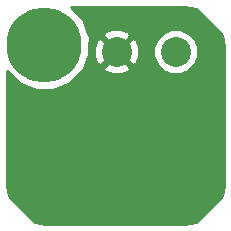
<source format=gbr>
G04 #@! TF.FileFunction,Copper,L2,Bot,Signal*
%FSLAX46Y46*%
G04 Gerber Fmt 4.6, Leading zero omitted, Abs format (unit mm)*
G04 Created by KiCad (PCBNEW 4.0.5) date 03/12/17 11:55:43*
%MOMM*%
%LPD*%
G01*
G04 APERTURE LIST*
%ADD10C,0.150000*%
%ADD11C,2.540000*%
%ADD12C,6.350000*%
%ADD13C,0.254000*%
G04 APERTURE END LIST*
D10*
D11*
X165100000Y-84582000D03*
X170100000Y-84582000D03*
D12*
X159000000Y-84000000D03*
D13*
G36*
X171826459Y-81006065D02*
X173993935Y-83173541D01*
X174174500Y-84081303D01*
X174174500Y-95918697D01*
X173993935Y-96826459D01*
X171826459Y-98993935D01*
X170918697Y-99174500D01*
X159081303Y-99174500D01*
X158173541Y-98993935D01*
X156006065Y-96826459D01*
X155825500Y-95918697D01*
X155825500Y-86212816D01*
X156838991Y-87228077D01*
X158238819Y-87809337D01*
X159754531Y-87810660D01*
X161155372Y-87231844D01*
X162228077Y-86161009D01*
X162324093Y-85929777D01*
X163931828Y-85929777D01*
X164063520Y-86224657D01*
X164771036Y-86496261D01*
X165528632Y-86476436D01*
X166136480Y-86224657D01*
X166268172Y-85929777D01*
X165100000Y-84761605D01*
X163931828Y-85929777D01*
X162324093Y-85929777D01*
X162809337Y-84761181D01*
X162809780Y-84253036D01*
X163185739Y-84253036D01*
X163205564Y-85010632D01*
X163457343Y-85618480D01*
X163752223Y-85750172D01*
X164920395Y-84582000D01*
X165279605Y-84582000D01*
X166447777Y-85750172D01*
X166742657Y-85618480D01*
X166995719Y-84959265D01*
X168194670Y-84959265D01*
X168484078Y-85659686D01*
X169019495Y-86196039D01*
X169719410Y-86486668D01*
X170477265Y-86487330D01*
X171177686Y-86197922D01*
X171714039Y-85662505D01*
X172004668Y-84962590D01*
X172005330Y-84204735D01*
X171715922Y-83504314D01*
X171180505Y-82967961D01*
X170480590Y-82677332D01*
X169722735Y-82676670D01*
X169022314Y-82966078D01*
X168485961Y-83501495D01*
X168195332Y-84201410D01*
X168194670Y-84959265D01*
X166995719Y-84959265D01*
X167014261Y-84910964D01*
X166994436Y-84153368D01*
X166742657Y-83545520D01*
X166447777Y-83413828D01*
X165279605Y-84582000D01*
X164920395Y-84582000D01*
X163752223Y-83413828D01*
X163457343Y-83545520D01*
X163185739Y-84253036D01*
X162809780Y-84253036D01*
X162810660Y-83245469D01*
X162806014Y-83234223D01*
X163931828Y-83234223D01*
X165100000Y-84402395D01*
X166268172Y-83234223D01*
X166136480Y-82939343D01*
X165428964Y-82667739D01*
X164671368Y-82687564D01*
X164063520Y-82939343D01*
X163931828Y-83234223D01*
X162806014Y-83234223D01*
X162231844Y-81844628D01*
X161214493Y-80825500D01*
X170918697Y-80825500D01*
X171826459Y-81006065D01*
X171826459Y-81006065D01*
G37*
X171826459Y-81006065D02*
X173993935Y-83173541D01*
X174174500Y-84081303D01*
X174174500Y-95918697D01*
X173993935Y-96826459D01*
X171826459Y-98993935D01*
X170918697Y-99174500D01*
X159081303Y-99174500D01*
X158173541Y-98993935D01*
X156006065Y-96826459D01*
X155825500Y-95918697D01*
X155825500Y-86212816D01*
X156838991Y-87228077D01*
X158238819Y-87809337D01*
X159754531Y-87810660D01*
X161155372Y-87231844D01*
X162228077Y-86161009D01*
X162324093Y-85929777D01*
X163931828Y-85929777D01*
X164063520Y-86224657D01*
X164771036Y-86496261D01*
X165528632Y-86476436D01*
X166136480Y-86224657D01*
X166268172Y-85929777D01*
X165100000Y-84761605D01*
X163931828Y-85929777D01*
X162324093Y-85929777D01*
X162809337Y-84761181D01*
X162809780Y-84253036D01*
X163185739Y-84253036D01*
X163205564Y-85010632D01*
X163457343Y-85618480D01*
X163752223Y-85750172D01*
X164920395Y-84582000D01*
X165279605Y-84582000D01*
X166447777Y-85750172D01*
X166742657Y-85618480D01*
X166995719Y-84959265D01*
X168194670Y-84959265D01*
X168484078Y-85659686D01*
X169019495Y-86196039D01*
X169719410Y-86486668D01*
X170477265Y-86487330D01*
X171177686Y-86197922D01*
X171714039Y-85662505D01*
X172004668Y-84962590D01*
X172005330Y-84204735D01*
X171715922Y-83504314D01*
X171180505Y-82967961D01*
X170480590Y-82677332D01*
X169722735Y-82676670D01*
X169022314Y-82966078D01*
X168485961Y-83501495D01*
X168195332Y-84201410D01*
X168194670Y-84959265D01*
X166995719Y-84959265D01*
X167014261Y-84910964D01*
X166994436Y-84153368D01*
X166742657Y-83545520D01*
X166447777Y-83413828D01*
X165279605Y-84582000D01*
X164920395Y-84582000D01*
X163752223Y-83413828D01*
X163457343Y-83545520D01*
X163185739Y-84253036D01*
X162809780Y-84253036D01*
X162810660Y-83245469D01*
X162806014Y-83234223D01*
X163931828Y-83234223D01*
X165100000Y-84402395D01*
X166268172Y-83234223D01*
X166136480Y-82939343D01*
X165428964Y-82667739D01*
X164671368Y-82687564D01*
X164063520Y-82939343D01*
X163931828Y-83234223D01*
X162806014Y-83234223D01*
X162231844Y-81844628D01*
X161214493Y-80825500D01*
X170918697Y-80825500D01*
X171826459Y-81006065D01*
M02*

</source>
